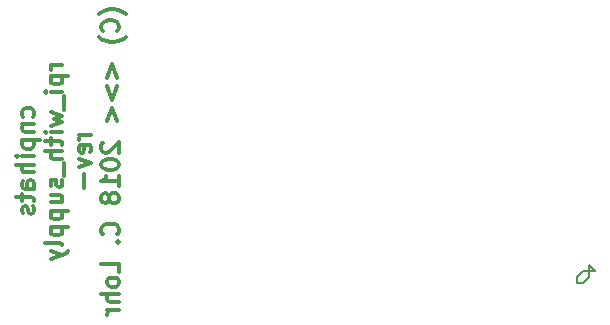
<source format=gbo>
G04 #@! TF.FileFunction,Legend,Bot*
%FSLAX46Y46*%
G04 Gerber Fmt 4.6, Leading zero omitted, Abs format (unit mm)*
G04 Created by KiCad (PCBNEW 4.0.2+dfsg1-stable) date Fri 22 Jun 2018 04:45:43 AM EDT*
%MOMM*%
G01*
G04 APERTURE LIST*
%ADD10C,0.100000*%
%ADD11C,0.300000*%
%ADD12C,0.200000*%
G04 APERTURE END LIST*
D10*
D11*
X21007143Y-40250000D02*
X21078571Y-40107143D01*
X21078571Y-39821429D01*
X21007143Y-39678571D01*
X20935714Y-39607143D01*
X20792857Y-39535714D01*
X20364286Y-39535714D01*
X20221429Y-39607143D01*
X20150000Y-39678571D01*
X20078571Y-39821429D01*
X20078571Y-40107143D01*
X20150000Y-40250000D01*
X20078571Y-40892857D02*
X21078571Y-40892857D01*
X20221429Y-40892857D02*
X20150000Y-40964285D01*
X20078571Y-41107143D01*
X20078571Y-41321428D01*
X20150000Y-41464285D01*
X20292857Y-41535714D01*
X21078571Y-41535714D01*
X20078571Y-42250000D02*
X21578571Y-42250000D01*
X20150000Y-42250000D02*
X20078571Y-42392857D01*
X20078571Y-42678571D01*
X20150000Y-42821428D01*
X20221429Y-42892857D01*
X20364286Y-42964286D01*
X20792857Y-42964286D01*
X20935714Y-42892857D01*
X21007143Y-42821428D01*
X21078571Y-42678571D01*
X21078571Y-42392857D01*
X21007143Y-42250000D01*
X21078571Y-43607143D02*
X20078571Y-43607143D01*
X19578571Y-43607143D02*
X19650000Y-43535714D01*
X19721429Y-43607143D01*
X19650000Y-43678571D01*
X19578571Y-43607143D01*
X19721429Y-43607143D01*
X21078571Y-44321429D02*
X19578571Y-44321429D01*
X21078571Y-44964286D02*
X20292857Y-44964286D01*
X20150000Y-44892857D01*
X20078571Y-44750000D01*
X20078571Y-44535715D01*
X20150000Y-44392857D01*
X20221429Y-44321429D01*
X21078571Y-46321429D02*
X20292857Y-46321429D01*
X20150000Y-46250000D01*
X20078571Y-46107143D01*
X20078571Y-45821429D01*
X20150000Y-45678572D01*
X21007143Y-46321429D02*
X21078571Y-46178572D01*
X21078571Y-45821429D01*
X21007143Y-45678572D01*
X20864286Y-45607143D01*
X20721429Y-45607143D01*
X20578571Y-45678572D01*
X20507143Y-45821429D01*
X20507143Y-46178572D01*
X20435714Y-46321429D01*
X20078571Y-46821429D02*
X20078571Y-47392858D01*
X19578571Y-47035715D02*
X20864286Y-47035715D01*
X21007143Y-47107143D01*
X21078571Y-47250001D01*
X21078571Y-47392858D01*
X21007143Y-47821429D02*
X21078571Y-47964286D01*
X21078571Y-48250001D01*
X21007143Y-48392858D01*
X20864286Y-48464286D01*
X20792857Y-48464286D01*
X20650000Y-48392858D01*
X20578571Y-48250001D01*
X20578571Y-48035715D01*
X20507143Y-47892858D01*
X20364286Y-47821429D01*
X20292857Y-47821429D01*
X20150000Y-47892858D01*
X20078571Y-48035715D01*
X20078571Y-48250001D01*
X20150000Y-48392858D01*
X23478571Y-35857143D02*
X22478571Y-35857143D01*
X22764286Y-35857143D02*
X22621429Y-35928571D01*
X22550000Y-36000000D01*
X22478571Y-36142857D01*
X22478571Y-36285714D01*
X22478571Y-36785714D02*
X23978571Y-36785714D01*
X22550000Y-36785714D02*
X22478571Y-36928571D01*
X22478571Y-37214285D01*
X22550000Y-37357142D01*
X22621429Y-37428571D01*
X22764286Y-37500000D01*
X23192857Y-37500000D01*
X23335714Y-37428571D01*
X23407143Y-37357142D01*
X23478571Y-37214285D01*
X23478571Y-36928571D01*
X23407143Y-36785714D01*
X23478571Y-38142857D02*
X22478571Y-38142857D01*
X21978571Y-38142857D02*
X22050000Y-38071428D01*
X22121429Y-38142857D01*
X22050000Y-38214285D01*
X21978571Y-38142857D01*
X22121429Y-38142857D01*
X23621429Y-38500000D02*
X23621429Y-39642857D01*
X22478571Y-39857143D02*
X23478571Y-40142857D01*
X22764286Y-40428571D01*
X23478571Y-40714286D01*
X22478571Y-41000000D01*
X23478571Y-41571429D02*
X22478571Y-41571429D01*
X21978571Y-41571429D02*
X22050000Y-41500000D01*
X22121429Y-41571429D01*
X22050000Y-41642857D01*
X21978571Y-41571429D01*
X22121429Y-41571429D01*
X22478571Y-42071429D02*
X22478571Y-42642858D01*
X21978571Y-42285715D02*
X23264286Y-42285715D01*
X23407143Y-42357143D01*
X23478571Y-42500001D01*
X23478571Y-42642858D01*
X23478571Y-43142858D02*
X21978571Y-43142858D01*
X23478571Y-43785715D02*
X22692857Y-43785715D01*
X22550000Y-43714286D01*
X22478571Y-43571429D01*
X22478571Y-43357144D01*
X22550000Y-43214286D01*
X22621429Y-43142858D01*
X23621429Y-44142858D02*
X23621429Y-45285715D01*
X23407143Y-45571429D02*
X23478571Y-45714286D01*
X23478571Y-46000001D01*
X23407143Y-46142858D01*
X23264286Y-46214286D01*
X23192857Y-46214286D01*
X23050000Y-46142858D01*
X22978571Y-46000001D01*
X22978571Y-45785715D01*
X22907143Y-45642858D01*
X22764286Y-45571429D01*
X22692857Y-45571429D01*
X22550000Y-45642858D01*
X22478571Y-45785715D01*
X22478571Y-46000001D01*
X22550000Y-46142858D01*
X22478571Y-47500001D02*
X23478571Y-47500001D01*
X22478571Y-46857144D02*
X23264286Y-46857144D01*
X23407143Y-46928572D01*
X23478571Y-47071430D01*
X23478571Y-47285715D01*
X23407143Y-47428572D01*
X23335714Y-47500001D01*
X22478571Y-48214287D02*
X23978571Y-48214287D01*
X22550000Y-48214287D02*
X22478571Y-48357144D01*
X22478571Y-48642858D01*
X22550000Y-48785715D01*
X22621429Y-48857144D01*
X22764286Y-48928573D01*
X23192857Y-48928573D01*
X23335714Y-48857144D01*
X23407143Y-48785715D01*
X23478571Y-48642858D01*
X23478571Y-48357144D01*
X23407143Y-48214287D01*
X22478571Y-49571430D02*
X23978571Y-49571430D01*
X22550000Y-49571430D02*
X22478571Y-49714287D01*
X22478571Y-50000001D01*
X22550000Y-50142858D01*
X22621429Y-50214287D01*
X22764286Y-50285716D01*
X23192857Y-50285716D01*
X23335714Y-50214287D01*
X23407143Y-50142858D01*
X23478571Y-50000001D01*
X23478571Y-49714287D01*
X23407143Y-49571430D01*
X23478571Y-51142859D02*
X23407143Y-51000001D01*
X23264286Y-50928573D01*
X21978571Y-50928573D01*
X22478571Y-51571430D02*
X23478571Y-51928573D01*
X22478571Y-52285715D02*
X23478571Y-51928573D01*
X23835714Y-51785715D01*
X23907143Y-51714287D01*
X23978571Y-51571430D01*
X25878571Y-41750001D02*
X24878571Y-41750001D01*
X25164286Y-41750001D02*
X25021429Y-41821429D01*
X24950000Y-41892858D01*
X24878571Y-42035715D01*
X24878571Y-42178572D01*
X25807143Y-43250000D02*
X25878571Y-43107143D01*
X25878571Y-42821429D01*
X25807143Y-42678572D01*
X25664286Y-42607143D01*
X25092857Y-42607143D01*
X24950000Y-42678572D01*
X24878571Y-42821429D01*
X24878571Y-43107143D01*
X24950000Y-43250000D01*
X25092857Y-43321429D01*
X25235714Y-43321429D01*
X25378571Y-42607143D01*
X24878571Y-43821429D02*
X25878571Y-44178572D01*
X24878571Y-44535714D01*
X25307143Y-45107143D02*
X25307143Y-46250000D01*
X28850000Y-31571429D02*
X28778571Y-31500001D01*
X28564286Y-31357144D01*
X28421429Y-31285715D01*
X28207143Y-31214286D01*
X27850000Y-31142858D01*
X27564286Y-31142858D01*
X27207143Y-31214286D01*
X26992857Y-31285715D01*
X26850000Y-31357144D01*
X26635714Y-31500001D01*
X26564286Y-31571429D01*
X28135714Y-33000001D02*
X28207143Y-32928572D01*
X28278571Y-32714286D01*
X28278571Y-32571429D01*
X28207143Y-32357144D01*
X28064286Y-32214286D01*
X27921429Y-32142858D01*
X27635714Y-32071429D01*
X27421429Y-32071429D01*
X27135714Y-32142858D01*
X26992857Y-32214286D01*
X26850000Y-32357144D01*
X26778571Y-32571429D01*
X26778571Y-32714286D01*
X26850000Y-32928572D01*
X26921429Y-33000001D01*
X28850000Y-33500001D02*
X28778571Y-33571429D01*
X28564286Y-33714286D01*
X28421429Y-33785715D01*
X28207143Y-33857144D01*
X27850000Y-33928572D01*
X27564286Y-33928572D01*
X27207143Y-33857144D01*
X26992857Y-33785715D01*
X26850000Y-33714286D01*
X26635714Y-33571429D01*
X26564286Y-33500001D01*
X27278571Y-36928572D02*
X27707143Y-35785715D01*
X28135714Y-36928572D01*
X27278571Y-37642858D02*
X27707143Y-38785715D01*
X28135714Y-37642858D01*
X27278571Y-40642858D02*
X27707143Y-39500001D01*
X28135714Y-40642858D01*
X26921429Y-42428572D02*
X26850000Y-42500001D01*
X26778571Y-42642858D01*
X26778571Y-43000001D01*
X26850000Y-43142858D01*
X26921429Y-43214287D01*
X27064286Y-43285715D01*
X27207143Y-43285715D01*
X27421429Y-43214287D01*
X28278571Y-42357144D01*
X28278571Y-43285715D01*
X26778571Y-44214286D02*
X26778571Y-44357143D01*
X26850000Y-44500000D01*
X26921429Y-44571429D01*
X27064286Y-44642858D01*
X27350000Y-44714286D01*
X27707143Y-44714286D01*
X27992857Y-44642858D01*
X28135714Y-44571429D01*
X28207143Y-44500000D01*
X28278571Y-44357143D01*
X28278571Y-44214286D01*
X28207143Y-44071429D01*
X28135714Y-44000000D01*
X27992857Y-43928572D01*
X27707143Y-43857143D01*
X27350000Y-43857143D01*
X27064286Y-43928572D01*
X26921429Y-44000000D01*
X26850000Y-44071429D01*
X26778571Y-44214286D01*
X28278571Y-46142857D02*
X28278571Y-45285714D01*
X28278571Y-45714286D02*
X26778571Y-45714286D01*
X26992857Y-45571429D01*
X27135714Y-45428571D01*
X27207143Y-45285714D01*
X27421429Y-47000000D02*
X27350000Y-46857142D01*
X27278571Y-46785714D01*
X27135714Y-46714285D01*
X27064286Y-46714285D01*
X26921429Y-46785714D01*
X26850000Y-46857142D01*
X26778571Y-47000000D01*
X26778571Y-47285714D01*
X26850000Y-47428571D01*
X26921429Y-47500000D01*
X27064286Y-47571428D01*
X27135714Y-47571428D01*
X27278571Y-47500000D01*
X27350000Y-47428571D01*
X27421429Y-47285714D01*
X27421429Y-47000000D01*
X27492857Y-46857142D01*
X27564286Y-46785714D01*
X27707143Y-46714285D01*
X27992857Y-46714285D01*
X28135714Y-46785714D01*
X28207143Y-46857142D01*
X28278571Y-47000000D01*
X28278571Y-47285714D01*
X28207143Y-47428571D01*
X28135714Y-47500000D01*
X27992857Y-47571428D01*
X27707143Y-47571428D01*
X27564286Y-47500000D01*
X27492857Y-47428571D01*
X27421429Y-47285714D01*
X28135714Y-50214285D02*
X28207143Y-50142856D01*
X28278571Y-49928570D01*
X28278571Y-49785713D01*
X28207143Y-49571428D01*
X28064286Y-49428570D01*
X27921429Y-49357142D01*
X27635714Y-49285713D01*
X27421429Y-49285713D01*
X27135714Y-49357142D01*
X26992857Y-49428570D01*
X26850000Y-49571428D01*
X26778571Y-49785713D01*
X26778571Y-49928570D01*
X26850000Y-50142856D01*
X26921429Y-50214285D01*
X28135714Y-50857142D02*
X28207143Y-50928570D01*
X28278571Y-50857142D01*
X28207143Y-50785713D01*
X28135714Y-50857142D01*
X28278571Y-50857142D01*
X28278571Y-53428571D02*
X28278571Y-52714285D01*
X26778571Y-52714285D01*
X28278571Y-54142857D02*
X28207143Y-53999999D01*
X28135714Y-53928571D01*
X27992857Y-53857142D01*
X27564286Y-53857142D01*
X27421429Y-53928571D01*
X27350000Y-53999999D01*
X27278571Y-54142857D01*
X27278571Y-54357142D01*
X27350000Y-54499999D01*
X27421429Y-54571428D01*
X27564286Y-54642857D01*
X27992857Y-54642857D01*
X28135714Y-54571428D01*
X28207143Y-54499999D01*
X28278571Y-54357142D01*
X28278571Y-54142857D01*
X28278571Y-55285714D02*
X26778571Y-55285714D01*
X28278571Y-55928571D02*
X27492857Y-55928571D01*
X27350000Y-55857142D01*
X27278571Y-55714285D01*
X27278571Y-55500000D01*
X27350000Y-55357142D01*
X27421429Y-55285714D01*
X28278571Y-56642857D02*
X27278571Y-56642857D01*
X27564286Y-56642857D02*
X27421429Y-56714285D01*
X27350000Y-56785714D01*
X27278571Y-56928571D01*
X27278571Y-57071428D01*
D12*
X67532000Y-53340000D02*
X68548000Y-53340000D01*
X67024000Y-53848000D02*
X67532000Y-53340000D01*
X67024000Y-54356000D02*
X67024000Y-53848000D01*
X67532000Y-54356000D02*
X67024000Y-54356000D01*
X68040000Y-53848000D02*
X67532000Y-54356000D01*
X68040000Y-52832000D02*
X68040000Y-53848000D01*
X68548000Y-53340000D02*
X68040000Y-52832000D01*
M02*

</source>
